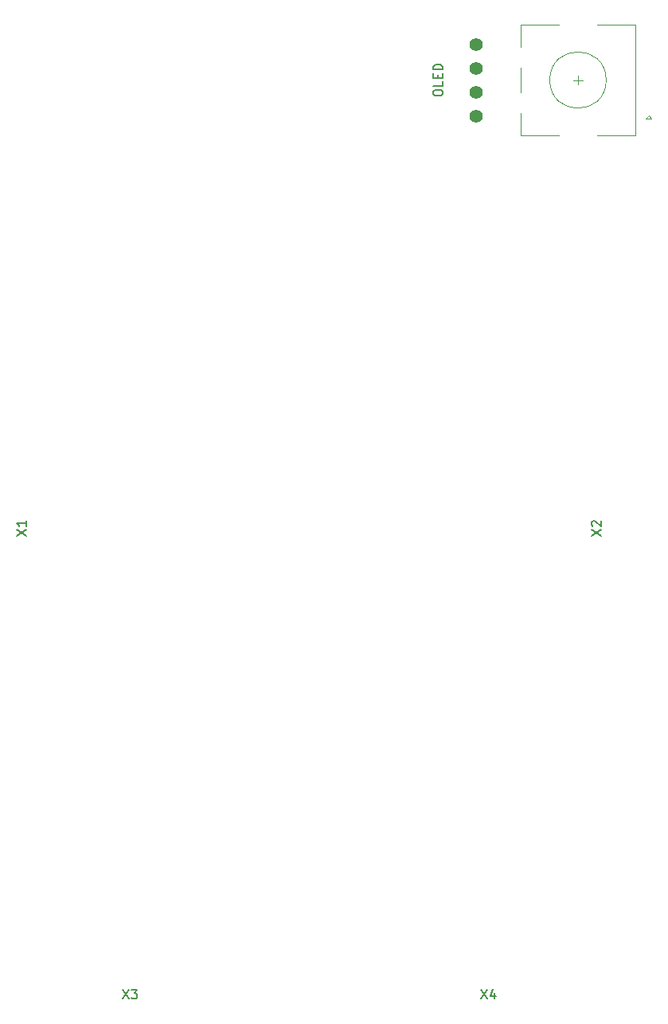
<source format=gbr>
G04 #@! TF.GenerationSoftware,KiCad,Pcbnew,(6.0.7)*
G04 #@! TF.CreationDate,2022-10-25T17:13:03-05:00*
G04 #@! TF.ProjectId,Container65,436f6e74-6169-46e6-9572-36352e6b6963,rev?*
G04 #@! TF.SameCoordinates,Original*
G04 #@! TF.FileFunction,Legend,Top*
G04 #@! TF.FilePolarity,Positive*
%FSLAX46Y46*%
G04 Gerber Fmt 4.6, Leading zero omitted, Abs format (unit mm)*
G04 Created by KiCad (PCBNEW (6.0.7)) date 2022-10-25 17:13:03*
%MOMM*%
%LPD*%
G01*
G04 APERTURE LIST*
%ADD10C,0.150000*%
%ADD11C,0.120000*%
%ADD12C,1.397000*%
G04 APERTURE END LIST*
D10*
G04 #@! TO.C,X3*
X57927976Y-126071130D02*
X58594642Y-127071130D01*
X58594642Y-126071130D02*
X57927976Y-127071130D01*
X58880357Y-126071130D02*
X59499404Y-126071130D01*
X59166071Y-126452083D01*
X59308928Y-126452083D01*
X59404166Y-126499702D01*
X59451785Y-126547321D01*
X59499404Y-126642559D01*
X59499404Y-126880654D01*
X59451785Y-126975892D01*
X59404166Y-127023511D01*
X59308928Y-127071130D01*
X59023214Y-127071130D01*
X58927976Y-127023511D01*
X58880357Y-126975892D01*
G04 #@! TO.C,X4*
X96027976Y-126071130D02*
X96694642Y-127071130D01*
X96694642Y-126071130D02*
X96027976Y-127071130D01*
X97504166Y-126404464D02*
X97504166Y-127071130D01*
X97266071Y-126023511D02*
X97027976Y-126737797D01*
X97647023Y-126737797D01*
G04 #@! TO.C,X2*
X107814880Y-77803273D02*
X108814880Y-77136607D01*
X107814880Y-77136607D02*
X108814880Y-77803273D01*
X107910119Y-76803273D02*
X107862500Y-76755654D01*
X107814880Y-76660416D01*
X107814880Y-76422321D01*
X107862500Y-76327083D01*
X107910119Y-76279464D01*
X108005357Y-76231845D01*
X108100595Y-76231845D01*
X108243452Y-76279464D01*
X108814880Y-76850892D01*
X108814880Y-76231845D01*
G04 #@! TO.C,X1*
X46664880Y-77803273D02*
X47664880Y-77136607D01*
X46664880Y-77136607D02*
X47664880Y-77803273D01*
X47664880Y-76231845D02*
X47664880Y-76803273D01*
X47664880Y-76517559D02*
X46664880Y-76517559D01*
X46807738Y-76612797D01*
X46902976Y-76708035D01*
X46950595Y-76803273D01*
G04 #@! TO.C,OL1*
X90957380Y-30821130D02*
X90957380Y-30630654D01*
X91005000Y-30535416D01*
X91100238Y-30440178D01*
X91290714Y-30392559D01*
X91624047Y-30392559D01*
X91814523Y-30440178D01*
X91909761Y-30535416D01*
X91957380Y-30630654D01*
X91957380Y-30821130D01*
X91909761Y-30916369D01*
X91814523Y-31011607D01*
X91624047Y-31059226D01*
X91290714Y-31059226D01*
X91100238Y-31011607D01*
X91005000Y-30916369D01*
X90957380Y-30821130D01*
X91957380Y-29487797D02*
X91957380Y-29963988D01*
X90957380Y-29963988D01*
X91433571Y-29154464D02*
X91433571Y-28821130D01*
X91957380Y-28678273D02*
X91957380Y-29154464D01*
X90957380Y-29154464D01*
X90957380Y-28678273D01*
X91957380Y-28249702D02*
X90957380Y-28249702D01*
X90957380Y-28011607D01*
X91005000Y-27868750D01*
X91100238Y-27773511D01*
X91195476Y-27725892D01*
X91385952Y-27678273D01*
X91528809Y-27678273D01*
X91719285Y-27725892D01*
X91814523Y-27773511D01*
X91909761Y-27868750D01*
X91957380Y-28011607D01*
X91957380Y-28249702D01*
D11*
G04 #@! TO.C,SW1*
X100262500Y-23468750D02*
X104362500Y-23468750D01*
X106862500Y-29368750D02*
X105862500Y-29368750D01*
X113862500Y-33168750D02*
X114162500Y-33468750D01*
X112462500Y-35268750D02*
X112462500Y-23468750D01*
X100262500Y-25868750D02*
X100262500Y-23468750D01*
X114162500Y-33468750D02*
X113562500Y-33468750D01*
X100262500Y-30668750D02*
X100262500Y-28068750D01*
X106362500Y-29868750D02*
X106362500Y-28868750D01*
X108362500Y-35268750D02*
X112462500Y-35268750D01*
X108362500Y-23468750D02*
X112462500Y-23468750D01*
X113562500Y-33468750D02*
X113862500Y-33168750D01*
X100262500Y-35268750D02*
X100262500Y-32868750D01*
X104362500Y-35268750D02*
X100262500Y-35268750D01*
X109362500Y-29368750D02*
G75*
G03*
X109362500Y-29368750I-3000000J0D01*
G01*
G04 #@! TD*
D12*
G04 #@! TO.C,OL1*
X95517500Y-33178750D03*
X95517500Y-30638750D03*
X95517500Y-28098750D03*
X95517500Y-25558750D03*
G04 #@! TD*
M02*

</source>
